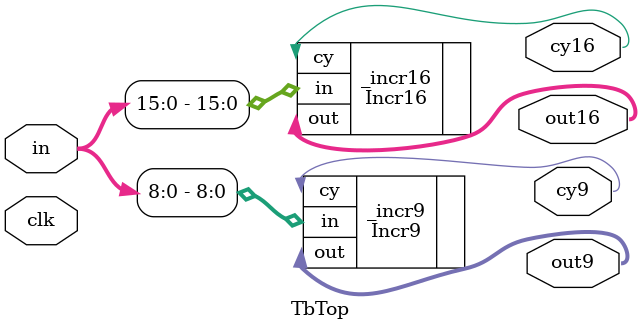
<source format=sv>
/* Fast Incrementor TB.
 * Author: Igor Lesik 2019
 *
 */



/* Verilog TB top module.
 *
 * External C-TB drives the inputs and checks the outputs.
 */
module TbTop(
    input   wire        clk,
    input   wire [31:0] in,
    output  wire [8:0]  out9,
    output  wire        cy9,
    output  wire [15:0] out16,
    output  wire        cy16
);

    Incr9  _incr9 (.in(in[8:0]), .out(out9),  .cy(cy9));
    Incr16 _incr16(.in(in[15:0]), .out(out16), .cy(cy16));

endmodule: TbTop

</source>
